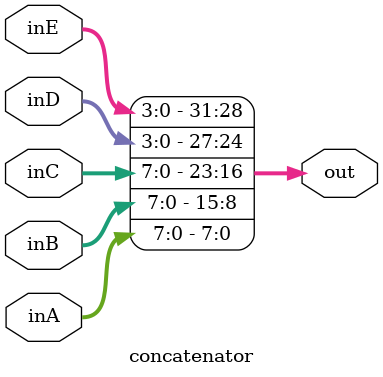
<source format=v>
module concatenator (out,inA,inB,inC,inD,inE);
  parameter WIDTH0=8;
  parameter WIDTH1=4;
 // parameter WIDTH_out=
  output [(3*WIDTH0+2*WIDTH1)-1:0] out;
  input [WIDTH0-1:0] inA, inB,inC;
  input [WIDTH1-1:0] inD, inE;
  
  assign out={inE,inD,inC,inB,inA};
  
  
endmodule
</source>
